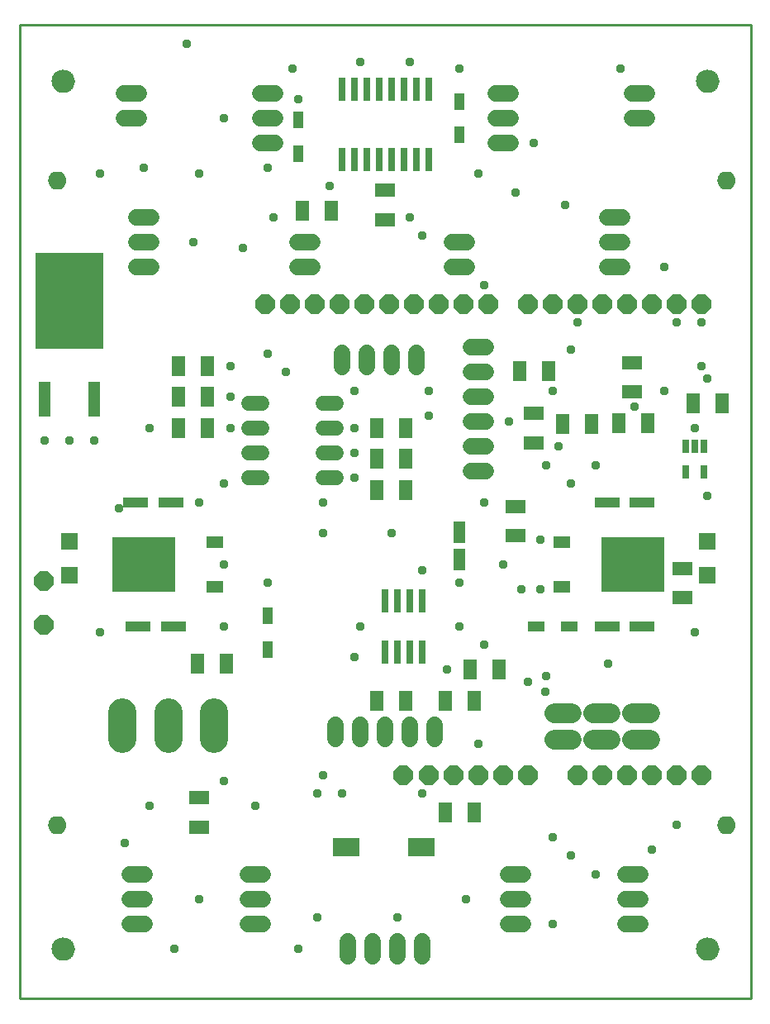
<source format=gbr>
G04 EAGLE Gerber RS-274X export*
G75*
%MOMM*%
%FSLAX34Y34*%
%LPD*%
%INSoldermask Top*%
%IPPOS*%
%AMOC8*
5,1,8,0,0,1.08239X$1,22.5*%
G01*
%ADD10C,1.803200*%
%ADD11C,2.303200*%
%ADD12P,2.144431X8X22.500000*%
%ADD13R,6.403200X5.603200*%
%ADD14R,1.803200X1.203200*%
%ADD15R,1.323200X2.003200*%
%ADD16R,2.003200X1.323200*%
%ADD17C,1.524000*%
%ADD18R,1.703200X1.703200*%
%ADD19R,1.203200X3.603200*%
%ADD20R,7.003200X9.803200*%
%ADD21R,1.803200X1.003200*%
%ADD22R,1.003200X1.803200*%
%ADD23R,0.803200X2.403200*%
%ADD24R,1.203200X2.203200*%
%ADD25R,0.753200X1.403200*%
%ADD26C,1.711200*%
%ADD27C,2.853200*%
%ADD28C,2.003200*%
%ADD29R,0.482600X1.473200*%
%ADD30R,2.743200X1.854200*%
%ADD31R,2.503200X1.103200*%
%ADD32C,0.959600*%
%ADD33C,0.254000*%


D10*
X723900Y177800D03*
X38100Y177800D03*
X38100Y838200D03*
X723900Y838200D03*
D11*
X44450Y939800D03*
X704850Y939800D03*
X44450Y50800D03*
X704850Y50800D03*
D12*
X520700Y711200D03*
X546100Y711200D03*
X571500Y711200D03*
X596900Y711200D03*
X622300Y711200D03*
X647700Y711200D03*
X480000Y711200D03*
X454600Y711200D03*
X429200Y711200D03*
X403800Y711200D03*
X378400Y711200D03*
X353000Y711200D03*
X327600Y711200D03*
X302200Y711200D03*
X276800Y711200D03*
X251400Y711200D03*
X673100Y711200D03*
X698500Y711200D03*
D13*
X127400Y444500D03*
D14*
X200400Y421700D03*
X200400Y467300D03*
D13*
X628250Y444500D03*
D14*
X555250Y467300D03*
X555250Y421700D03*
D15*
X395900Y584200D03*
X366100Y584200D03*
X395900Y552450D03*
X366100Y552450D03*
X395900Y520700D03*
X366100Y520700D03*
X192700Y647700D03*
X162900Y647700D03*
X192700Y615950D03*
X162900Y615950D03*
X192700Y584200D03*
X162900Y584200D03*
X586400Y588010D03*
X556600Y588010D03*
X613750Y589280D03*
X643550Y589280D03*
D16*
X679450Y410550D03*
X679450Y440350D03*
D15*
X435950Y190500D03*
X465750Y190500D03*
D17*
X247904Y609600D02*
X234696Y609600D01*
X234696Y584200D02*
X247904Y584200D01*
X310896Y584200D02*
X324104Y584200D01*
X324104Y609600D02*
X310896Y609600D01*
X247904Y558800D02*
X234696Y558800D01*
X234696Y533400D02*
X247904Y533400D01*
X310896Y558800D02*
X324104Y558800D01*
X324104Y533400D02*
X310896Y533400D01*
D15*
X211750Y342900D03*
X181950Y342900D03*
D16*
X184150Y205400D03*
X184150Y175600D03*
D18*
X50800Y468350D03*
X50800Y433350D03*
X704850Y433350D03*
X704850Y468350D03*
D19*
X25400Y613450D03*
X76200Y613450D03*
D20*
X50800Y714450D03*
D12*
X673100Y228600D03*
X698500Y228600D03*
D21*
X529100Y381000D03*
X563100Y381000D03*
D22*
X254000Y391650D03*
X254000Y357650D03*
D23*
X330200Y859350D03*
X342900Y859350D03*
X355600Y859350D03*
X368300Y859350D03*
X381000Y859350D03*
X393700Y859350D03*
X406400Y859350D03*
X419100Y859350D03*
X419100Y931350D03*
X406400Y931350D03*
X393700Y931350D03*
X381000Y931350D03*
X368300Y931350D03*
X355600Y931350D03*
X342900Y931350D03*
X330200Y931350D03*
D22*
X285750Y865650D03*
X285750Y899650D03*
X450850Y884700D03*
X450850Y918700D03*
D12*
X571500Y228600D03*
X596900Y228600D03*
X622300Y228600D03*
X647700Y228600D03*
X520700Y228600D03*
X495300Y228600D03*
X469900Y228600D03*
X444500Y228600D03*
X419100Y228600D03*
D16*
X374650Y827700D03*
X374650Y797900D03*
D15*
X319700Y806450D03*
X289900Y806450D03*
X465750Y304800D03*
X435950Y304800D03*
X395900Y304800D03*
X366100Y304800D03*
D24*
X450850Y449300D03*
X450850Y477800D03*
D25*
X701650Y565450D03*
X692150Y565450D03*
X682650Y565450D03*
X682650Y539450D03*
X701650Y539450D03*
D26*
X502840Y901700D02*
X487760Y901700D01*
X487760Y927100D02*
X502840Y927100D01*
X502840Y876300D02*
X487760Y876300D01*
X261540Y901700D02*
X246460Y901700D01*
X246460Y927100D02*
X261540Y927100D01*
X261540Y876300D02*
X246460Y876300D01*
X134540Y774700D02*
X119460Y774700D01*
X119460Y800100D02*
X134540Y800100D01*
X134540Y749300D02*
X119460Y749300D01*
X602060Y774700D02*
X617140Y774700D01*
X617140Y800100D02*
X602060Y800100D01*
X602060Y749300D02*
X617140Y749300D01*
X128190Y101600D02*
X113110Y101600D01*
X113110Y127000D02*
X128190Y127000D01*
X128190Y76200D02*
X113110Y76200D01*
X233760Y101600D02*
X248840Y101600D01*
X248840Y127000D02*
X233760Y127000D01*
X233760Y76200D02*
X248840Y76200D01*
X500460Y101600D02*
X515540Y101600D01*
X515540Y127000D02*
X500460Y127000D01*
X500460Y76200D02*
X515540Y76200D01*
X621110Y101600D02*
X636190Y101600D01*
X636190Y127000D02*
X621110Y127000D01*
X621110Y76200D02*
X636190Y76200D01*
X381000Y646510D02*
X381000Y661590D01*
X355600Y661590D02*
X355600Y646510D01*
X330200Y646510D02*
X330200Y661590D01*
X406400Y661590D02*
X406400Y646510D01*
X387350Y58340D02*
X387350Y43260D01*
X361950Y43260D02*
X361950Y58340D01*
X336550Y58340D02*
X336550Y43260D01*
X412750Y43260D02*
X412750Y58340D01*
X299640Y774700D02*
X284560Y774700D01*
X284560Y749300D02*
X299640Y749300D01*
X443310Y774700D02*
X458390Y774700D01*
X458390Y749300D02*
X443310Y749300D01*
X121840Y927100D02*
X106760Y927100D01*
X106760Y901700D02*
X121840Y901700D01*
X627460Y927100D02*
X642540Y927100D01*
X642540Y901700D02*
X627460Y901700D01*
X374650Y280590D02*
X374650Y265510D01*
X400050Y265510D02*
X400050Y280590D01*
X425450Y280590D02*
X425450Y265510D01*
X425450Y280590D01*
X349250Y280590D02*
X349250Y265510D01*
X323850Y265510D02*
X323850Y280590D01*
D27*
X152400Y292650D02*
X152400Y266150D01*
X105400Y266150D02*
X105400Y292650D01*
X199400Y292650D02*
X199400Y266150D01*
D28*
X587900Y292100D02*
X605900Y292100D01*
X627900Y292100D02*
X645900Y292100D01*
X605900Y265100D02*
X587900Y265100D01*
X565900Y265100D02*
X547900Y265100D01*
X627900Y265100D02*
X645900Y265100D01*
X565900Y292100D02*
X547900Y292100D01*
D16*
X527050Y569300D03*
X527050Y599100D03*
D15*
X541950Y642620D03*
X512150Y642620D03*
D23*
X412750Y407000D03*
X400050Y407000D03*
X387350Y407000D03*
X374650Y407000D03*
X374650Y355000D03*
X387350Y355000D03*
X400050Y355000D03*
X412750Y355000D03*
D15*
X689950Y609600D03*
X719750Y609600D03*
D16*
X508000Y503850D03*
X508000Y474050D03*
D15*
X461350Y336550D03*
X491150Y336550D03*
D26*
X477440Y666750D02*
X462360Y666750D01*
X462360Y615950D02*
X477440Y615950D01*
X477440Y641350D02*
X462360Y641350D01*
X462360Y590550D02*
X477440Y590550D01*
X477440Y539750D02*
X462360Y539750D01*
X462360Y565150D02*
X477440Y565150D01*
D29*
X635120Y650732D03*
X630040Y650732D03*
X624960Y650732D03*
X619880Y650732D03*
X619880Y621268D03*
X624960Y621268D03*
X630040Y621268D03*
X635120Y621268D03*
D30*
X335049Y154564D03*
X412145Y154564D03*
D12*
X393000Y228500D03*
X25000Y382500D03*
X25000Y427500D03*
D31*
X602000Y381000D03*
X638000Y381000D03*
X602000Y508000D03*
X638000Y508000D03*
X155000Y508000D03*
X119000Y508000D03*
X157700Y381000D03*
X121700Y381000D03*
D32*
X476250Y730250D03*
X647700Y152400D03*
X590550Y127000D03*
X565150Y146050D03*
X546100Y165100D03*
X450850Y952500D03*
X615950Y952500D03*
X184150Y844550D03*
X279400Y952500D03*
X673100Y692150D03*
X660400Y622300D03*
X381000Y476250D03*
X387350Y82550D03*
X571500Y692150D03*
X304800Y82550D03*
X50800Y571500D03*
X254000Y425450D03*
X76200Y571500D03*
X209550Y381000D03*
X349250Y381000D03*
X533400Y469900D03*
X514350Y419100D03*
X450850Y381000D03*
X660400Y749300D03*
X241300Y196850D03*
X304800Y209550D03*
X527050Y876300D03*
X457200Y101600D03*
X285750Y50800D03*
X184150Y101600D03*
X311150Y508000D03*
X311150Y476250D03*
X209550Y444500D03*
X495300Y444500D03*
X450850Y425450D03*
X469900Y844550D03*
X412750Y781050D03*
X419100Y622300D03*
X342900Y622300D03*
X342900Y558800D03*
X342900Y584200D03*
X260350Y800100D03*
X228600Y768350D03*
X342900Y533400D03*
X209550Y527050D03*
X215900Y584200D03*
X273050Y641350D03*
X254000Y660400D03*
X215900Y615950D03*
X215900Y647700D03*
X419100Y596900D03*
X184150Y508000D03*
X133350Y584200D03*
X400050Y800100D03*
X82550Y844550D03*
X82550Y374650D03*
X209550Y222250D03*
X558800Y812800D03*
X508000Y825500D03*
X673100Y177800D03*
X538480Y313690D03*
X546100Y76200D03*
X533400Y419100D03*
X330200Y209550D03*
X520700Y323850D03*
X539750Y330200D03*
X704850Y635000D03*
X158750Y50800D03*
X107950Y158750D03*
X209550Y901700D03*
X177800Y774700D03*
X101600Y501650D03*
X25400Y571500D03*
X171450Y977900D03*
X127000Y850900D03*
X285750Y920750D03*
X349250Y958850D03*
X400050Y958850D03*
X469900Y260350D03*
X254000Y850900D03*
X317500Y831850D03*
X590550Y546100D03*
X692150Y584200D03*
X412750Y209550D03*
X412750Y438150D03*
X342900Y349250D03*
X698500Y692150D03*
X698500Y647700D03*
X438150Y336550D03*
X603250Y342900D03*
X692150Y374650D03*
X539750Y546100D03*
X629920Y605790D03*
X565150Y664210D03*
X704850Y514350D03*
X565150Y527050D03*
X501650Y590550D03*
X476250Y508000D03*
X476250Y361950D03*
X311150Y228600D03*
X133350Y196850D03*
X546100Y622300D03*
X546100Y622300D03*
X552450Y565150D03*
D33*
X0Y0D02*
X749300Y0D01*
X749300Y996950D01*
X0Y996950D01*
X0Y0D01*
X731900Y177407D02*
X731823Y176625D01*
X731670Y175854D01*
X731441Y175102D01*
X731141Y174375D01*
X730770Y173682D01*
X730333Y173029D01*
X729835Y172421D01*
X729279Y171865D01*
X728671Y171367D01*
X728018Y170930D01*
X727325Y170559D01*
X726598Y170259D01*
X725846Y170030D01*
X725075Y169877D01*
X724293Y169800D01*
X723507Y169800D01*
X722725Y169877D01*
X721954Y170030D01*
X721202Y170259D01*
X720475Y170559D01*
X719782Y170930D01*
X719129Y171367D01*
X718521Y171865D01*
X717965Y172421D01*
X717467Y173029D01*
X717030Y173682D01*
X716659Y174375D01*
X716359Y175102D01*
X716130Y175854D01*
X715977Y176625D01*
X715900Y177407D01*
X715900Y178193D01*
X715977Y178975D01*
X716130Y179746D01*
X716359Y180498D01*
X716659Y181225D01*
X717030Y181918D01*
X717467Y182571D01*
X717965Y183179D01*
X718521Y183735D01*
X719129Y184233D01*
X719782Y184670D01*
X720475Y185041D01*
X721202Y185341D01*
X721954Y185570D01*
X722725Y185723D01*
X723507Y185800D01*
X724293Y185800D01*
X725075Y185723D01*
X725846Y185570D01*
X726598Y185341D01*
X727325Y185041D01*
X728018Y184670D01*
X728671Y184233D01*
X729279Y183735D01*
X729835Y183179D01*
X730333Y182571D01*
X730770Y181918D01*
X731141Y181225D01*
X731441Y180498D01*
X731670Y179746D01*
X731823Y178975D01*
X731900Y178193D01*
X731900Y177407D01*
X46100Y177407D02*
X46023Y176625D01*
X45870Y175854D01*
X45641Y175102D01*
X45341Y174375D01*
X44970Y173682D01*
X44533Y173029D01*
X44035Y172421D01*
X43479Y171865D01*
X42871Y171367D01*
X42218Y170930D01*
X41525Y170559D01*
X40798Y170259D01*
X40046Y170030D01*
X39275Y169877D01*
X38493Y169800D01*
X37707Y169800D01*
X36925Y169877D01*
X36154Y170030D01*
X35402Y170259D01*
X34675Y170559D01*
X33982Y170930D01*
X33329Y171367D01*
X32721Y171865D01*
X32165Y172421D01*
X31667Y173029D01*
X31230Y173682D01*
X30859Y174375D01*
X30559Y175102D01*
X30330Y175854D01*
X30177Y176625D01*
X30100Y177407D01*
X30100Y178193D01*
X30177Y178975D01*
X30330Y179746D01*
X30559Y180498D01*
X30859Y181225D01*
X31230Y181918D01*
X31667Y182571D01*
X32165Y183179D01*
X32721Y183735D01*
X33329Y184233D01*
X33982Y184670D01*
X34675Y185041D01*
X35402Y185341D01*
X36154Y185570D01*
X36925Y185723D01*
X37707Y185800D01*
X38493Y185800D01*
X39275Y185723D01*
X40046Y185570D01*
X40798Y185341D01*
X41525Y185041D01*
X42218Y184670D01*
X42871Y184233D01*
X43479Y183735D01*
X44035Y183179D01*
X44533Y182571D01*
X44970Y181918D01*
X45341Y181225D01*
X45641Y180498D01*
X45870Y179746D01*
X46023Y178975D01*
X46100Y178193D01*
X46100Y177407D01*
X46100Y837807D02*
X46023Y837025D01*
X45870Y836254D01*
X45641Y835502D01*
X45341Y834775D01*
X44970Y834082D01*
X44533Y833429D01*
X44035Y832821D01*
X43479Y832265D01*
X42871Y831767D01*
X42218Y831330D01*
X41525Y830959D01*
X40798Y830659D01*
X40046Y830430D01*
X39275Y830277D01*
X38493Y830200D01*
X37707Y830200D01*
X36925Y830277D01*
X36154Y830430D01*
X35402Y830659D01*
X34675Y830959D01*
X33982Y831330D01*
X33329Y831767D01*
X32721Y832265D01*
X32165Y832821D01*
X31667Y833429D01*
X31230Y834082D01*
X30859Y834775D01*
X30559Y835502D01*
X30330Y836254D01*
X30177Y837025D01*
X30100Y837807D01*
X30100Y838593D01*
X30177Y839375D01*
X30330Y840146D01*
X30559Y840898D01*
X30859Y841625D01*
X31230Y842318D01*
X31667Y842971D01*
X32165Y843579D01*
X32721Y844135D01*
X33329Y844633D01*
X33982Y845070D01*
X34675Y845441D01*
X35402Y845741D01*
X36154Y845970D01*
X36925Y846123D01*
X37707Y846200D01*
X38493Y846200D01*
X39275Y846123D01*
X40046Y845970D01*
X40798Y845741D01*
X41525Y845441D01*
X42218Y845070D01*
X42871Y844633D01*
X43479Y844135D01*
X44035Y843579D01*
X44533Y842971D01*
X44970Y842318D01*
X45341Y841625D01*
X45641Y840898D01*
X45870Y840146D01*
X46023Y839375D01*
X46100Y838593D01*
X46100Y837807D01*
X731900Y837807D02*
X731823Y837025D01*
X731670Y836254D01*
X731441Y835502D01*
X731141Y834775D01*
X730770Y834082D01*
X730333Y833429D01*
X729835Y832821D01*
X729279Y832265D01*
X728671Y831767D01*
X728018Y831330D01*
X727325Y830959D01*
X726598Y830659D01*
X725846Y830430D01*
X725075Y830277D01*
X724293Y830200D01*
X723507Y830200D01*
X722725Y830277D01*
X721954Y830430D01*
X721202Y830659D01*
X720475Y830959D01*
X719782Y831330D01*
X719129Y831767D01*
X718521Y832265D01*
X717965Y832821D01*
X717467Y833429D01*
X717030Y834082D01*
X716659Y834775D01*
X716359Y835502D01*
X716130Y836254D01*
X715977Y837025D01*
X715900Y837807D01*
X715900Y838593D01*
X715977Y839375D01*
X716130Y840146D01*
X716359Y840898D01*
X716659Y841625D01*
X717030Y842318D01*
X717467Y842971D01*
X717965Y843579D01*
X718521Y844135D01*
X719129Y844633D01*
X719782Y845070D01*
X720475Y845441D01*
X721202Y845741D01*
X721954Y845970D01*
X722725Y846123D01*
X723507Y846200D01*
X724293Y846200D01*
X725075Y846123D01*
X725846Y845970D01*
X726598Y845741D01*
X727325Y845441D01*
X728018Y845070D01*
X728671Y844633D01*
X729279Y844135D01*
X729835Y843579D01*
X730333Y842971D01*
X730770Y842318D01*
X731141Y841625D01*
X731441Y840898D01*
X731670Y840146D01*
X731823Y839375D01*
X731900Y838593D01*
X731900Y837807D01*
X54950Y939387D02*
X54885Y938565D01*
X54756Y937750D01*
X54564Y936948D01*
X54309Y936163D01*
X53993Y935401D01*
X53618Y934666D01*
X53187Y933962D01*
X52702Y933295D01*
X52166Y932667D01*
X51583Y932084D01*
X50956Y931548D01*
X50288Y931063D01*
X49584Y930632D01*
X48849Y930257D01*
X48087Y929941D01*
X47302Y929686D01*
X46500Y929494D01*
X45685Y929365D01*
X44863Y929300D01*
X44037Y929300D01*
X43215Y929365D01*
X42400Y929494D01*
X41598Y929686D01*
X40813Y929941D01*
X40051Y930257D01*
X39316Y930632D01*
X38612Y931063D01*
X37945Y931548D01*
X37317Y932084D01*
X36734Y932667D01*
X36198Y933295D01*
X35713Y933962D01*
X35282Y934666D01*
X34907Y935401D01*
X34591Y936163D01*
X34336Y936948D01*
X34144Y937750D01*
X34015Y938565D01*
X33950Y939387D01*
X33950Y940213D01*
X34015Y941035D01*
X34144Y941850D01*
X34336Y942652D01*
X34591Y943437D01*
X34907Y944199D01*
X35282Y944934D01*
X35713Y945638D01*
X36198Y946306D01*
X36734Y946933D01*
X37317Y947516D01*
X37945Y948052D01*
X38612Y948537D01*
X39316Y948968D01*
X40051Y949343D01*
X40813Y949659D01*
X41598Y949914D01*
X42400Y950106D01*
X43215Y950235D01*
X44037Y950300D01*
X44863Y950300D01*
X45685Y950235D01*
X46500Y950106D01*
X47302Y949914D01*
X48087Y949659D01*
X48849Y949343D01*
X49584Y948968D01*
X50288Y948537D01*
X50956Y948052D01*
X51583Y947516D01*
X52166Y946933D01*
X52702Y946306D01*
X53187Y945638D01*
X53618Y944934D01*
X53993Y944199D01*
X54309Y943437D01*
X54564Y942652D01*
X54756Y941850D01*
X54885Y941035D01*
X54950Y940213D01*
X54950Y939387D01*
X715350Y939387D02*
X715285Y938565D01*
X715156Y937750D01*
X714964Y936948D01*
X714709Y936163D01*
X714393Y935401D01*
X714018Y934666D01*
X713587Y933962D01*
X713102Y933295D01*
X712566Y932667D01*
X711983Y932084D01*
X711356Y931548D01*
X710688Y931063D01*
X709984Y930632D01*
X709249Y930257D01*
X708487Y929941D01*
X707702Y929686D01*
X706900Y929494D01*
X706085Y929365D01*
X705263Y929300D01*
X704437Y929300D01*
X703615Y929365D01*
X702800Y929494D01*
X701998Y929686D01*
X701213Y929941D01*
X700451Y930257D01*
X699716Y930632D01*
X699012Y931063D01*
X698345Y931548D01*
X697717Y932084D01*
X697134Y932667D01*
X696598Y933295D01*
X696113Y933962D01*
X695682Y934666D01*
X695307Y935401D01*
X694991Y936163D01*
X694736Y936948D01*
X694544Y937750D01*
X694415Y938565D01*
X694350Y939387D01*
X694350Y940213D01*
X694415Y941035D01*
X694544Y941850D01*
X694736Y942652D01*
X694991Y943437D01*
X695307Y944199D01*
X695682Y944934D01*
X696113Y945638D01*
X696598Y946306D01*
X697134Y946933D01*
X697717Y947516D01*
X698345Y948052D01*
X699012Y948537D01*
X699716Y948968D01*
X700451Y949343D01*
X701213Y949659D01*
X701998Y949914D01*
X702800Y950106D01*
X703615Y950235D01*
X704437Y950300D01*
X705263Y950300D01*
X706085Y950235D01*
X706900Y950106D01*
X707702Y949914D01*
X708487Y949659D01*
X709249Y949343D01*
X709984Y948968D01*
X710688Y948537D01*
X711356Y948052D01*
X711983Y947516D01*
X712566Y946933D01*
X713102Y946306D01*
X713587Y945638D01*
X714018Y944934D01*
X714393Y944199D01*
X714709Y943437D01*
X714964Y942652D01*
X715156Y941850D01*
X715285Y941035D01*
X715350Y940213D01*
X715350Y939387D01*
X54950Y50387D02*
X54885Y49565D01*
X54756Y48750D01*
X54564Y47948D01*
X54309Y47163D01*
X53993Y46401D01*
X53618Y45666D01*
X53187Y44962D01*
X52702Y44295D01*
X52166Y43667D01*
X51583Y43084D01*
X50956Y42548D01*
X50288Y42063D01*
X49584Y41632D01*
X48849Y41257D01*
X48087Y40941D01*
X47302Y40686D01*
X46500Y40494D01*
X45685Y40365D01*
X44863Y40300D01*
X44037Y40300D01*
X43215Y40365D01*
X42400Y40494D01*
X41598Y40686D01*
X40813Y40941D01*
X40051Y41257D01*
X39316Y41632D01*
X38612Y42063D01*
X37945Y42548D01*
X37317Y43084D01*
X36734Y43667D01*
X36198Y44295D01*
X35713Y44962D01*
X35282Y45666D01*
X34907Y46401D01*
X34591Y47163D01*
X34336Y47948D01*
X34144Y48750D01*
X34015Y49565D01*
X33950Y50387D01*
X33950Y51213D01*
X34015Y52035D01*
X34144Y52850D01*
X34336Y53652D01*
X34591Y54437D01*
X34907Y55199D01*
X35282Y55934D01*
X35713Y56638D01*
X36198Y57306D01*
X36734Y57933D01*
X37317Y58516D01*
X37945Y59052D01*
X38612Y59537D01*
X39316Y59968D01*
X40051Y60343D01*
X40813Y60659D01*
X41598Y60914D01*
X42400Y61106D01*
X43215Y61235D01*
X44037Y61300D01*
X44863Y61300D01*
X45685Y61235D01*
X46500Y61106D01*
X47302Y60914D01*
X48087Y60659D01*
X48849Y60343D01*
X49584Y59968D01*
X50288Y59537D01*
X50956Y59052D01*
X51583Y58516D01*
X52166Y57933D01*
X52702Y57306D01*
X53187Y56638D01*
X53618Y55934D01*
X53993Y55199D01*
X54309Y54437D01*
X54564Y53652D01*
X54756Y52850D01*
X54885Y52035D01*
X54950Y51213D01*
X54950Y50387D01*
X715350Y50387D02*
X715285Y49565D01*
X715156Y48750D01*
X714964Y47948D01*
X714709Y47163D01*
X714393Y46401D01*
X714018Y45666D01*
X713587Y44962D01*
X713102Y44295D01*
X712566Y43667D01*
X711983Y43084D01*
X711356Y42548D01*
X710688Y42063D01*
X709984Y41632D01*
X709249Y41257D01*
X708487Y40941D01*
X707702Y40686D01*
X706900Y40494D01*
X706085Y40365D01*
X705263Y40300D01*
X704437Y40300D01*
X703615Y40365D01*
X702800Y40494D01*
X701998Y40686D01*
X701213Y40941D01*
X700451Y41257D01*
X699716Y41632D01*
X699012Y42063D01*
X698345Y42548D01*
X697717Y43084D01*
X697134Y43667D01*
X696598Y44295D01*
X696113Y44962D01*
X695682Y45666D01*
X695307Y46401D01*
X694991Y47163D01*
X694736Y47948D01*
X694544Y48750D01*
X694415Y49565D01*
X694350Y50387D01*
X694350Y51213D01*
X694415Y52035D01*
X694544Y52850D01*
X694736Y53652D01*
X694991Y54437D01*
X695307Y55199D01*
X695682Y55934D01*
X696113Y56638D01*
X696598Y57306D01*
X697134Y57933D01*
X697717Y58516D01*
X698345Y59052D01*
X699012Y59537D01*
X699716Y59968D01*
X700451Y60343D01*
X701213Y60659D01*
X701998Y60914D01*
X702800Y61106D01*
X703615Y61235D01*
X704437Y61300D01*
X705263Y61300D01*
X706085Y61235D01*
X706900Y61106D01*
X707702Y60914D01*
X708487Y60659D01*
X709249Y60343D01*
X709984Y59968D01*
X710688Y59537D01*
X711356Y59052D01*
X711983Y58516D01*
X712566Y57933D01*
X713102Y57306D01*
X713587Y56638D01*
X714018Y55934D01*
X714393Y55199D01*
X714709Y54437D01*
X714964Y53652D01*
X715156Y52850D01*
X715285Y52035D01*
X715350Y51213D01*
X715350Y50387D01*
M02*

</source>
